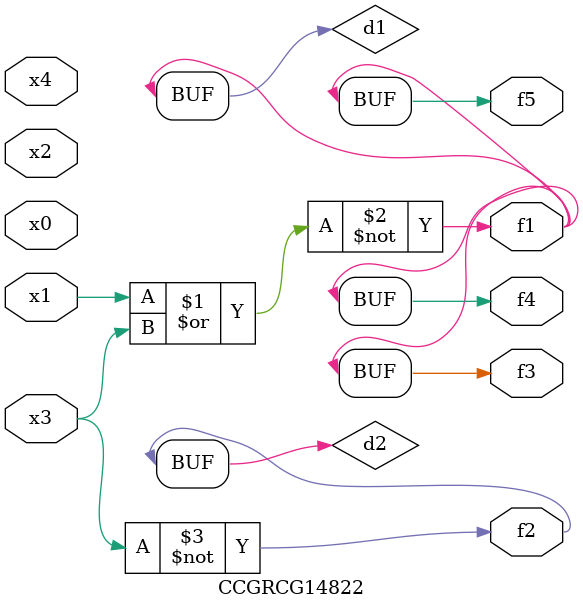
<source format=v>
module CCGRCG14822(
	input x0, x1, x2, x3, x4,
	output f1, f2, f3, f4, f5
);

	wire d1, d2;

	nor (d1, x1, x3);
	not (d2, x3);
	assign f1 = d1;
	assign f2 = d2;
	assign f3 = d1;
	assign f4 = d1;
	assign f5 = d1;
endmodule

</source>
